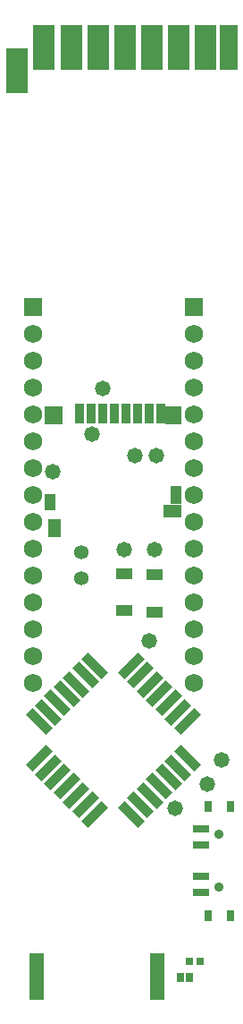
<source format=gts>
G04*
G04 #@! TF.GenerationSoftware,Altium Limited,Altium Designer,25.2.1 (25)*
G04*
G04 Layer_Color=8388736*
%FSLAX24Y24*%
%MOIN*%
G70*
G04*
G04 #@! TF.SameCoordinates,7B2066EB-CBC2-4D7E-9A59-9876444C2551*
G04*
G04*
G04 #@! TF.FilePolarity,Negative*
G04*
G01*
G75*
%ADD16R,0.0591X0.0276*%
%ADD17R,0.0315X0.0394*%
%ADD18R,0.0282X0.0265*%
%ADD20R,0.0630X0.0400*%
G04:AMPARAMS|DCode=31|XSize=37mil|YSize=107mil|CornerRadius=0mil|HoleSize=0mil|Usage=FLASHONLY|Rotation=45.000|XOffset=0mil|YOffset=0mil|HoleType=Round|Shape=Rectangle|*
%AMROTATEDRECTD31*
4,1,4,0.0247,-0.0509,-0.0509,0.0247,-0.0247,0.0509,0.0509,-0.0247,0.0247,-0.0509,0.0*
%
%ADD31ROTATEDRECTD31*%

G04:AMPARAMS|DCode=32|XSize=37mil|YSize=107mil|CornerRadius=0mil|HoleSize=0mil|Usage=FLASHONLY|Rotation=135.000|XOffset=0mil|YOffset=0mil|HoleType=Round|Shape=Rectangle|*
%AMROTATEDRECTD32*
4,1,4,0.0509,0.0247,-0.0247,-0.0509,-0.0509,-0.0247,0.0247,0.0509,0.0509,0.0247,0.0*
%
%ADD32ROTATEDRECTD32*%

%ADD33R,0.0281X0.0367*%
%ADD34R,0.0356X0.0769*%
%ADD35R,0.0474X0.0690*%
%ADD36R,0.0651X0.0474*%
%ADD37R,0.0671X0.0671*%
%ADD38R,0.0592X0.0671*%
%ADD39R,0.0395X0.0631*%
%ADD40R,0.0395X0.0671*%
%ADD41R,0.0655X0.1694*%
%ADD42R,0.0844X0.1694*%
%ADD43R,0.0533X0.1734*%
%ADD44C,0.0354*%
%ADD45C,0.0533*%
%ADD46C,0.0682*%
%ADD47R,0.0682X0.0682*%
%ADD48C,0.0580*%
D16*
X7266Y4669D02*
D03*
Y5259D02*
D03*
Y6441D02*
D03*
Y7031D02*
D03*
D17*
X7541Y3822D02*
D03*
Y7878D02*
D03*
X8368Y3822D02*
D03*
Y7878D02*
D03*
D18*
X6860Y2113D02*
D03*
X7237D02*
D03*
D20*
X4400Y16540D02*
D03*
Y15160D02*
D03*
X5550Y15120D02*
D03*
Y16500D02*
D03*
D31*
X6769Y9669D02*
D03*
X6421Y9321D02*
D03*
X6073Y8973D02*
D03*
X5725Y8625D02*
D03*
X5377Y8277D02*
D03*
X5029Y7929D02*
D03*
X4681Y7581D02*
D03*
X1231Y11031D02*
D03*
X1579Y11379D02*
D03*
X1927Y11727D02*
D03*
X2275Y12075D02*
D03*
X2623Y12423D02*
D03*
X2971Y12771D02*
D03*
X3319Y13119D02*
D03*
D32*
Y7581D02*
D03*
X2971Y7929D02*
D03*
X2623Y8277D02*
D03*
X2275Y8625D02*
D03*
X1927Y8973D02*
D03*
X1579Y9321D02*
D03*
X1231Y9669D02*
D03*
X4681Y13119D02*
D03*
X5029Y12771D02*
D03*
X5377Y12423D02*
D03*
X5725Y12075D02*
D03*
X6073Y11727D02*
D03*
X6421Y11379D02*
D03*
X6769Y11031D02*
D03*
D33*
X6862Y1500D02*
D03*
X6500D02*
D03*
D34*
X2750Y22500D02*
D03*
X3183D02*
D03*
X3616D02*
D03*
X4049D02*
D03*
X4482D02*
D03*
X4915D02*
D03*
X5348D02*
D03*
X5781D02*
D03*
D35*
X1815Y18248D02*
D03*
D36*
X6224Y18868D02*
D03*
D37*
X1785Y22451D02*
D03*
D38*
X6254D02*
D03*
D39*
X1657Y19203D02*
D03*
D40*
X6352Y19459D02*
D03*
D41*
X8305Y36150D02*
D03*
D42*
X6455D02*
D03*
X5449D02*
D03*
X4443D02*
D03*
X3437D02*
D03*
X2431D02*
D03*
X419Y35284D02*
D03*
X7461Y36140D02*
D03*
X1425Y36150D02*
D03*
D43*
X5650Y1550D02*
D03*
X1142D02*
D03*
D44*
X7955Y6834D02*
D03*
Y4866D02*
D03*
D45*
X2800Y17350D02*
D03*
Y16366D02*
D03*
D46*
X7000Y12484D02*
D03*
Y13484D02*
D03*
Y14484D02*
D03*
Y15484D02*
D03*
Y16484D02*
D03*
Y17484D02*
D03*
Y18484D02*
D03*
Y19484D02*
D03*
Y20484D02*
D03*
Y21484D02*
D03*
Y22484D02*
D03*
Y23484D02*
D03*
Y24484D02*
D03*
Y25484D02*
D03*
X1000Y12484D02*
D03*
Y13484D02*
D03*
Y14484D02*
D03*
Y15484D02*
D03*
Y16484D02*
D03*
Y17484D02*
D03*
Y18484D02*
D03*
Y19484D02*
D03*
Y20484D02*
D03*
Y21484D02*
D03*
Y22484D02*
D03*
Y23484D02*
D03*
Y24484D02*
D03*
Y25484D02*
D03*
D47*
X7000Y26484D02*
D03*
X1000D02*
D03*
D48*
X3600Y23450D02*
D03*
X4400Y17450D02*
D03*
X6300Y7800D02*
D03*
X7500Y8700D02*
D03*
X8050Y9600D02*
D03*
X5350Y14050D02*
D03*
X3200Y21750D02*
D03*
X4800Y20931D02*
D03*
X5600Y20950D02*
D03*
X1750Y20350D02*
D03*
X5550Y17450D02*
D03*
M02*

</source>
